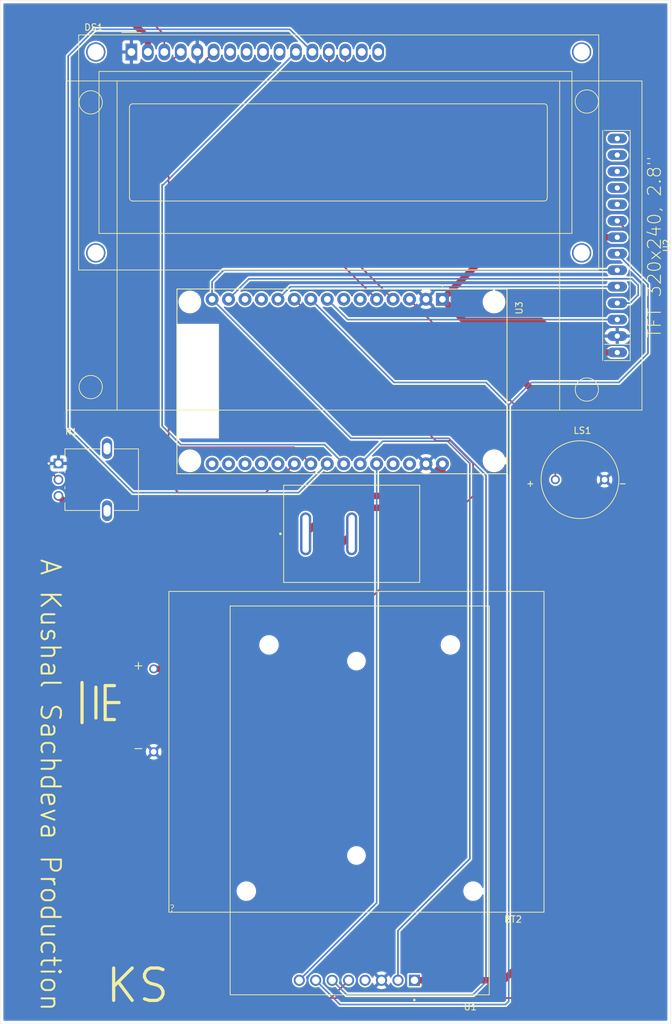
<source format=kicad_pcb>
(kicad_pcb (version 20241229) (generator "pcbnew") (generator_version "9.0")
  (layers (0 "F.Cu" signal) (2 "B.Cu" signal) (13 "F.Paste" user) (15 "B.Paste" user) (5 "F.SilkS" user "F.Silkscreen") (7 "B.SilkS" user "B.Silkscreen") (1 "F.Mask" user) (3 "B.Mask" user) (25 "Edge.Cuts" user))
  (net 0 "")
  (net 1 "Net-(BT2-Pad+)")
  (net 2 "GND")
  (net 3 "Net-(DS1-D4)")
  (net 5 "Net-(DS1-RS)")
  (net 6 "Net-(DS1-VIN)")
  (net 7 "Net-(DS1-D5)")
  (net 12 "Net-(DS1-D7)")
  (net 13 "Net-(DS1-E)")
  (net 14 "Net-(DS1-VO)")
  (net 16 "Net-(DS1-D6)")
  (net 17 "Net-(U3-D15)")
  (net 18 "Net-(U1-SCK)")
  (net 19 "Net-(U1-RST)")
  (net 20 "Net-(U1-SS{slash}SDA{slash}RX)")
  (net 21 "Net-(U1-MOSI)")
  (net 22 "Net-(U1-MISO{slash}SCL{slash}TX)")
  (net 23 "Net-(U1-VCC)")
  (net 25 "Net-(U2-RST)")
  (net 31 "Net-(U2-DC)")
  (net 32 "Net-(U2-CS)")
  (footprint "RF1-1A-DC-2-R-1:SW_RF1-1A-DC-2-R-1" (layer "F.Cu") (at 124.56 103.139437)
    (property "Reference" "S1" (hide yes))
    (property "Value" "RF1-1A-DC-2-R-1")
    (fp_line (start -10.5 -7.5) (end 10.5 -7.5) (stroke (width 0.127)) (layer "F.SilkS"))
    (fp_line (start -10.5 7.5) (end -10.5 -7.5) (stroke (width 0.127)) (layer "F.SilkS"))
    (fp_line (start 10.5 -7.5) (end 10.5 7.5) (stroke (width 0.127)) (layer "F.SilkS"))
    (fp_line (start 10.5 7.5) (end -10.5 7.5) (stroke (width 0.127)) (layer "F.SilkS"))
    (fp_circle (center -11 0) (end -10.9 0) (stroke (width 0.2)) (fill no) (layer "F.SilkS"))
    (pad "1" thru_hole oval (at -7.1 0) (size 1.72 6.62) (drill oval 0.98 5.88) (layers "*.Cu" "*.Mask") (net 6 "Net-(DS1-VIN)"))
    (pad "2" thru_hole oval (at 0 0) (size 1.72 6.62) (drill oval 0.98 5.88) (layers "*.Cu" "*.Mask") (net 1 "Net-(BT2-Pad+)"))
  )
  (footprint "ESP32-DEVKIT-V1:MODULE_ESP32_DEVKIT_V1" (layer "F.Cu") (at 123.06 79.639437 -90)
    (property "Reference" "U3" (at -11.355 -27.36 90) (layer "F.SilkS"))
    (property "Value" "~")
    (fp_line (start -14.28 25.475) (end -8.91 25.475) (stroke (width 0.127)) (layer "F.SilkS"))
    (fp_line (start -14.28 25.475) (end -14.28 -25.475) (stroke (width 0.127)) (layer "F.SilkS"))
    (fp_line (start -14.28 25.475) (end -14.28 -25.475) (stroke (width 0.127)) (layer "F.SilkS"))
    (fp_line (start -8.91 25.475) (end 8.78 25.475) (stroke (width 0.127)) (layer "F.SilkS"))
    (fp_line (start 8.78 25.475) (end 14.23 25.475) (stroke (width 0.127)) (layer "F.SilkS"))
    (fp_line (start 14.23 25.475) (end -14.28 25.475) (stroke (width 0.127)) (layer "F.SilkS"))
    (fp_line (start -14.28 -25.475) (end -3.211 -25.475) (stroke (width 0.127)) (layer "F.SilkS"))
    (fp_line (start -14.28 -25.475) (end 14.23 -25.475) (stroke (width 0.127)) (layer "F.SilkS"))
    (fp_line (start -3.211 -25.475) (end 3.5 -25.475) (stroke (width 0.127)) (layer "F.SilkS"))
    (fp_line (start 3.5 -25.475) (end 14.23 -25.475) (stroke (width 0.127)) (layer "F.SilkS"))
    (fp_line (start 14.23 -25.475) (end 14.23 25.475) (stroke (width 0.127)) (layer "F.SilkS"))
    (fp_line (start 14.23 -25.475) (end 14.23 25.475) (stroke (width 0.127)) (layer "F.SilkS"))
    (fp_circle (center -14.85 -15.515) (end -14.75 -15.515) (stroke (width 0.2)) (fill no) (layer "F.SilkS"))
    (pad "" np_thru_hole circle (at -12.28 -23.475 270) (size 3 3) (drill 3) (layers "*.Cu" "*.Mask"))
    (pad "" np_thru_hole circle (at -12.28 23.475 270) (size 3 3) (drill 3) (layers "*.Cu" "*.Mask"))
    (pad "" np_thru_hole circle (at 12.23 -23.475 270) (size 3 3) (drill 3) (layers "*.Cu" "*.Mask"))
    (pad "" np_thru_hole circle (at 12.23 23.475 270) (size 3 3) (drill 3) (layers "*.Cu" "*.Mask"))
    (pad "1" thru_hole rect (at -12.7 -15.515 270) (size 2 2) (drill 1.02) (layers "*.Cu" "*.Mask") (net 23 "Net-(U1-VCC)"))
    (pad "2" thru_hole circle (at -12.7 -12.975 270) (size 2 2) (drill 1.02) (layers "*.Cu" "*.Mask") (net 2 "GND"))
    (pad "3" thru_hole circle (at -12.7 -10.435 270) (size 2 2) (drill 1.02) (layers "*.Cu" "*.Mask") (net 17 "Net-(U3-D15)"))
    (pad "4" thru_hole circle (at -12.7 -7.895 270) (size 2 2) (drill 1.02) (layers "*.Cu" "*.Mask") (net 12 "Net-(DS1-D7)"))
    (pad "5" thru_hole circle (at -12.7 -5.355 270) (size 2 2) (drill 1.02) (layers "*.Cu" "*.Mask") (net 16 "Net-(DS1-D6)"))
    (pad "6" thru_hole circle (at -12.7 -2.815 270) (size 2 2) (drill 1.02) (layers "*.Cu" "*.Mask"))
    (pad "7" thru_hole circle (at -12.7 -0.275 270) (size 2 2) (drill 1.02) (layers "*.Cu" "*.Mask"))
    (pad "8" thru_hole circle (at -12.7 2.265 270) (size 2 2) (drill 1.02) (layers "*.Cu" "*.Mask") (net 32 "Net-(U2-CS)"))
    (pad "9" thru_hole circle (at -12.7 4.805 270) (size 2 2) (drill 1.02) (layers "*.Cu" "*.Mask") (net 18 "Net-(U1-SCK)"))
    (pad "10" thru_hole circle (at -12.7 7.345 270) (size 2 2) (drill 1.02) (layers "*.Cu" "*.Mask") (net 22 "Net-(U1-MISO{slash}SCL{slash}TX)"))
    (pad "11" thru_hole circle (at -12.7 9.885 270) (size 2 2) (drill 1.02) (layers "*.Cu" "*.Mask") (net 31 "Net-(U2-DC)"))
    (pad "12" thru_hole circle (at -12.7 12.425 270) (size 2 2) (drill 1.02) (layers "*.Cu" "*.Mask"))
    (pad "13" thru_hole circle (at -12.7 14.965 270) (size 2 2) (drill 1.02) (layers "*.Cu" "*.Mask"))
    (pad "14" thru_hole circle (at -12.7 17.505 270) (size 2 2) (drill 1.02) (layers "*.Cu" "*.Mask") (net 25 "Net-(U2-RST)"))
    (pad "15" thru_hole circle (at -12.7 20.045 270) (size 2 2) (drill 1.02) (layers "*.Cu" "*.Mask") (net 21 "Net-(U1-MOSI)"))
    (pad "16" thru_hole circle (at 12.7 20.045 270) (size 2 2) (drill 1.02) (layers "*.Cu" "*.Mask"))
    (pad "17" thru_hole circle (at 12.7 17.505 270) (size 2 2) (drill 1.02) (layers "*.Cu" "*.Mask"))
    (pad "18" thru_hole circle (at 12.7 14.965 270) (size 2 2) (drill 1.02) (layers "*.Cu" "*.Mask"))
    (pad "19" thru_hole circle (at 12.7 12.425 270) (size 2 2) (drill 1.02) (layers "*.Cu" "*.Mask"))
    (pad "20" thru_hole circle (at 12.7 9.885 270) (size 2 2) (drill 1.02) (layers "*.Cu" "*.Mask"))
    (pad "21" thru_hole circle (at 12.7 7.345 270) (size 2 2) (drill 1.02) (layers "*.Cu" "*.Mask") (net 5 "Net-(DS1-RS)"))
    (pad "22" thru_hole circle (at 12.7 4.805 270) (size 2 2) (drill 1.02) (layers "*.Cu" "*.Mask") (net 13 "Net-(DS1-E)"))
    (pad "23" thru_hole circle (at 12.7 2.265 270) (size 2 2) (drill 1.02) (layers "*.Cu" "*.Mask") (net 7 "Net-(DS1-D5)"))
    (pad "24" thru_hole circle (at 12.7 -0.275 270) (size 2 2) (drill 1.02) (layers "*.Cu" "*.Mask") (net 3 "Net-(DS1-D4)"))
    (pad "25" thru_hole circle (at 12.7 -2.815 270) (size 2 2) (drill 1.02) (layers "*.Cu" "*.Mask") (net 19 "Net-(U1-RST)"))
    (pad "26" thru_hole circle (at 12.7 -5.355 270) (size 2 2) (drill 1.02) (layers "*.Cu" "*.Mask") (net 20 "Net-(U1-SS{slash}SDA{slash}RX)"))
    (pad "27" thru_hole circle (at 12.7 -7.895 270) (size 2 2) (drill 1.02) (layers "*.Cu" "*.Mask"))
    (pad "28" thru_hole circle (at 12.7 -10.435 270) (size 2 2) (drill 1.02) (layers "*.Cu" "*.Mask"))
    (pad "29" thru_hole circle (at 12.7 -12.975 270) (size 2 2) (drill 1.02) (layers "*.Cu" "*.Mask") (net 2 "GND"))
    (pad "30" thru_hole circle (at 12.7 -15.515 270) (size 2 2) (drill 1.02) (layers "*.Cu" "*.Mask") (net 6 "Net-(DS1-VIN)"))
    (zone (net 0) (net_name "") (layer "B.Cu") (connect_pads (clearance 0)) (min_thickness 0.01)
      (keepout (tracks not_allowed) (vias not_allowed) (pads not_allowed) (copperpour not_allowed) (footprints allowed))
      (fill (thermal_gap 0.508) (thermal_bridge_width 0.508))
      (polygon (pts (xy 104.075 70.729437) (xy 104.075 88.419437) (xy 97.585 88.419437) (xy 97.585 70.729437)))
    )
  )
  (footprint "z_Devices:TFT-320x240" (layer "F.Cu") (at 165.56 58.649437 90)
    (property "Reference" "U2" (at 0 7.62 90) (layer "F.SilkS"))
    (property "Value" "TFT_320x240")
    (fp_line (start 25.4 -85.09) (end -25.4 -85.09) (stroke (width 0.12)) (layer "F.SilkS"))
    (fp_line (start -25.4 -85.09) (end -25.4 3.81) (stroke (width 0.12)) (layer "F.SilkS"))
    (fp_line (start -25.4 -77.216) (end 25.4 -77.216) (stroke (width 0.12)) (layer "F.SilkS"))
    (fp_line (start -25.4 -8.89) (end 25.4 -8.89) (stroke (width 0.12)) (layer "F.SilkS"))
    (fp_line (start -17.76 -2.254) (end 17.76 -2.254) (stroke (width 0.12)) (layer "F.SilkS"))
    (fp_line (start 17.76 -2) (end 17.76 2) (stroke (width 0.12)) (layer "F.SilkS"))
    (fp_line (start -15.24 -2) (end -15.24 2) (stroke (width 0.12)) (layer "F.SilkS"))
    (fp_line (start 17.76 2) (end -17.76 2) (stroke (width 0.12)) (layer "F.SilkS"))
    (fp_line (start -17.76 2) (end -17.76 -2) (stroke (width 0.12)) (layer "F.SilkS"))
    (fp_line (start 25.4 3.81) (end 25.4 -85.09) (stroke (width 0.12)) (layer "F.SilkS"))
    (fp_line (start -25.4 3.81) (end 25.4 3.81) (stroke (width 0.12)) (layer "F.SilkS"))
    (fp_circle (center 22.098 -81.28) (end 20.828 -80.01) (stroke (width 0.12)) (fill no) (layer "F.SilkS"))
    (fp_circle (center -21.844 -81.28) (end -23.114 -82.55) (stroke (width 0.12)) (fill no) (layer "F.SilkS"))
    (fp_circle (center 22.225 -4.699) (end 20.955 -3.429) (stroke (width 0.12)) (fill no) (layer "F.SilkS"))
    (fp_circle (center -22.225 -4.699) (end -23.495 -3.429) (stroke (width 0.12)) (fill no) (layer "F.SilkS"))
    (fp_text user "TFT 320x240, 2.8\"" (at -0.254 5.74 90) (layer "F.SilkS") (effects (font (size 2 2))))
    (pad "1" thru_hole oval (at -16.51 0 90) (size 1.5 3) (drill 0.8) (layers "*.Cu" "*.Mask") (net 23 "Net-(U1-VCC)"))
    (pad "2" thru_hole oval (at -13.97 0 90) (size 1.5 3) (drill 0.8) (layers "*.Cu" "*.Mask") (net 2 "GND"))
    (pad "3" thru_hole oval (at -11.43 0 90) (size 1.5 3) (drill 0.8) (layers "*.Cu" "*.Mask") (net 32 "Net-(U2-CS)"))
    (pad "4" thru_hole oval (at -8.89 0 90) (size 1.5 3) (drill 0.8) (layers "*.Cu" "*.Mask") (net 25 "Net-(U2-RST)"))
    (pad "5" thru_hole oval (at -6.35 0 90) (size 1.5 3) (drill 0.8) (layers "*.Cu" "*.Mask") (net 31 "Net-(U2-DC)"))
    (pad "6" thru_hole oval (at -3.81 0 90) (size 1.5 3) (drill 0.8) (layers "*.Cu" "*.Mask") (net 21 "Net-(U1-MOSI)"))
    (pad "7" thru_hole oval (at -1.27 0 90) (size 1.5 3) (drill 0.8) (layers "*.Cu" "*.Mask") (net 18 "Net-(U1-SCK)"))
    (pad "8" thru_hole oval (at 1.27 0 90) (size 1.5 3) (drill 0.8) (layers "*.Cu" "*.Mask") (net 23 "Net-(U1-VCC)"))
    (pad "9" thru_hole oval (at 3.81 0 90) (size 1.5 3) (drill 0.8) (layers "*.Cu" "*.Mask") (net 22 "Net-(U1-MISO{slash}SCL{slash}TX)"))
    (pad "10" thru_hole oval (at 6.35 0 90) (size 1.5 3) (drill 0.8) (layers "*.Cu" "*.Mask"))
    (pad "11" thru_hole oval (at 8.89 0 90) (size 1.5 3) (drill 0.8) (layers "*.Cu" "*.Mask"))
    (pad "12" thru_hole oval (at 11.43 0 90) (size 1.5 3) (drill 0.8) (layers "*.Cu" "*.Mask"))
    (pad "13" thru_hole oval (at 13.97 0 90) (size 1.5 3) (drill 0.8) (layers "*.Cu" "*.Mask"))
    (pad "14" thru_hole oval (at 16.51 0 90) (size 1.5 3) (drill 0.8) (layers "*.Cu" "*.Mask"))
  )
  (footprint "Display:WC1602A" (layer "F.Cu") (at 90.56 28.781937)
    (property "Reference" "DS1" (at -5.82 -3.81 0) (layer "F.SilkS"))
    (property "Value" "WC1602A")
    (fp_line (start -8.14 -2.64) (end -8.14 33.64) (stroke (width 0.12)) (layer "F.SilkS"))
    (fp_line (start -8.14 33.64) (end 72.14 33.64) (stroke (width 0.12)) (layer "F.SilkS"))
    (fp_line (start -8.13 -2.64) (end -7.34 -2.64) (stroke (width 0.12)) (layer "F.SilkS"))
    (fp_line (start -5 3) (end 68 3) (stroke (width 0.12)) (layer "F.SilkS"))
    (fp_line (start -5 28) (end -5 3) (stroke (width 0.12)) (layer "F.SilkS"))
    (fp_line (start -1.5 -3) (end 1.5 -3) (stroke (width 0.12)) (layer "F.SilkS"))
    (fp_line (start -0.29972 22.49932) (end -0.29972 8.5) (stroke (width 0.12)) (layer "F.SilkS"))
    (fp_line (start 0.2 8) (end 63.7 8) (stroke (width 0.12)) (layer "F.SilkS"))
    (fp_line (start 63.70066 23) (end 0.2 23) (stroke (width 0.12)) (layer "F.SilkS"))
    (fp_line (start 64.2 8.5) (end 64.2 22.5) (stroke (width 0.12)) (layer "F.SilkS"))
    (fp_line (start 68 3) (end 68 28) (stroke (width 0.12)) (layer "F.SilkS"))
    (fp_line (start 68 28) (end -5 28) (stroke (width 0.12)) (layer "F.SilkS"))
    (fp_line (start 72.14 -2.64) (end -7.34 -2.64) (stroke (width 0.12)) (layer "F.SilkS"))
    (fp_line (start 72.14 33.64) (end 72.14 -2.64) (stroke (width 0.12)) (layer "F.SilkS"))
    (fp_arc (start -0.29972 8.49884) (mid -0.153162 8.145018) (end 0.20066 7.99846) (stroke (width 0.12)) (layer "F.SilkS"))
    (fp_arc (start 0.20066 22.9997) (mid -0.153162 22.853142) (end -0.29972 22.49932) (stroke (width 0.12)) (layer "F.SilkS"))
    (fp_arc (start 63.7 8) (mid 64.053553 8.146447) (end 64.2 8.5) (stroke (width 0.12)) (layer "F.SilkS"))
    (fp_arc (start 64.20104 22.49932) (mid 64.054482 22.853142) (end 63.70066 22.9997) (stroke (width 0.12)) (layer "F.SilkS"))
    (pad "" thru_hole circle (at -5.4991 0) (size 3 3) (drill 2.5) (layers "*.Cu" "*.Mask"))
    (pad "" thru_hole circle (at -5.4991 31.0007) (size 3 3) (drill 2.5) (layers "*.Cu" "*.Mask"))
    (pad "" thru_hole circle (at 69.49948 31.0007) (size 3 3) (drill 2.5) (layers "*.Cu" "*.Mask"))
    (pad "" thru_hole circle (at 69.5 0) (size 3 3) (drill 2.5) (layers "*.Cu" "*.Mask"))
    (pad "1" thru_hole rect (at 0 0) (size 1.8 2.6) (drill 1.2) (layers "*.Cu" "*.Mask") (net 2 "GND"))
    (pad "2" thru_hole oval (at 2.54 0) (size 1.8 2.6) (drill 1.2) (layers "*.Cu" "*.Mask") (net 6 "Net-(DS1-VIN)"))
    (pad "3" thru_hole oval (at 5.08 0) (size 1.8 2.6) (drill 1.2) (layers "*.Cu" "*.Mask") (net 14 "Net-(DS1-VO)"))
    (pad "4" thru_hole oval (at 7.62 0) (size 1.8 2.6) (drill 1.2) (layers "*.Cu" "*.Mask") (net 5 "Net-(DS1-RS)"))
    (pad "5" thru_hole oval (at 10.16 0) (size 1.8 2.6) (drill 1.2) (layers "*.Cu" "*.Mask") (net 2 "GND"))
    (pad "6" thru_hole oval (at 12.7 0) (size 1.8 2.6) (drill 1.2) (layers "*.Cu" "*.Mask") (net 13 "Net-(DS1-E)"))
    (pad "7" thru_hole oval (at 15.24 0) (size 1.8 2.6) (drill 1.2) (layers "*.Cu" "*.Mask"))
    (pad "8" thru_hole oval (at 17.78 0) (size 1.8 2.6) (drill 1.2) (layers "*.Cu" "*.Mask"))
    (pad "9" thru_hole oval (at 20.32 0) (size 1.8 2.6) (drill 1.2) (layers "*.Cu" "*.Mask"))
    (pad "10" thru_hole oval (at 22.86 0) (size 1.8 2.6) (drill 1.2) (layers "*.Cu" "*.Mask"))
    (pad "11" thru_hole oval (at 25.4 0) (size 1.8 2.6) (drill 1.2) (layers "*.Cu" "*.Mask") (net 3 "Net-(DS1-D4)"))
    (pad "12" thru_hole oval (at 27.94 0) (size 1.8 2.6) (drill 1.2) (layers "*.Cu" "*.Mask") (net 7 "Net-(DS1-D5)"))
    (pad "13" thru_hole oval (at 30.48 0) (size 1.8 2.6) (drill 1.2) (layers "*.Cu" "*.Mask") (net 16 "Net-(DS1-D6)"))
    (pad "14" thru_hole oval (at 33.02 0) (size 1.8 2.6) (drill 1.2) (layers "*.Cu" "*.Mask") (net 12 "Net-(DS1-D7)"))
    (pad "15" thru_hole oval (at 35.56 0) (size 1.8 2.6) (drill 1.2) (layers "*.Cu" "*.Mask"))
    (pad "16" thru_hole oval (at 38.1 0) (size 1.8 2.6) (drill 1.2) (layers "*.Cu" "*.Mask"))
  )
  (footprint "CEG006900:MODULE_CEG006900" (layer "F.Cu") (at 125.8 144.281937 180)
    (property "Reference" "U1" (at -17.075 -31.885 0) (layer "F.SilkS"))
    (property "Value" "~")
    (fp_line (start 20 30) (end -20 30) (stroke (width 0.127)) (layer "F.SilkS"))
    (fp_line (start 20 -30) (end 20 30) (stroke (width 0.127)) (layer "F.SilkS"))
    (fp_line (start -20 30) (end -20 -30) (stroke (width 0.127)) (layer "F.SilkS"))
    (fp_line (start -20 -30) (end 20 -30) (stroke (width 0.127)) (layer "F.SilkS"))
    (fp_circle (center -8.431 -30.808) (end -8.331 -30.808) (stroke (width 0.2)) (fill no) (layer "F.SilkS"))
    (pad "" np_thru_hole circle (at -17.5 -14 180) (size 2.5 2.5) (drill 2.5) (layers "*.Cu" "*.Mask"))
    (pad "" np_thru_hole circle (at -14 24 180) (size 2.5 2.5) (drill 2.5) (layers "*.Cu" "*.Mask"))
    (pad "" np_thru_hole circle (at 14 24 180) (size 2.5 2.5) (drill 2.5) (layers "*.Cu" "*.Mask"))
    (pad "" np_thru_hole circle (at 17.5 -14 180) (size 2.5 2.5) (drill 2.5) (layers "*.Cu" "*.Mask"))
    (pad "1" thru_hole rect (at -8.45 -27.76 180) (size 1.725 1.725) (drill 1.15) (layers "*.Cu" "*.Mask") (net 23 "Net-(U1-VCC)"))
    (pad "2" thru_hole circle (at -5.91 -27.76 180) (size 1.725 1.725) (drill 1.15) (layers "*.Cu" "*.Mask") (net 19 "Net-(U1-RST)"))
    (pad "3" thru_hole circle (at -3.37 -27.76 180) (size 1.725 1.725) (drill 1.15) (layers "*.Cu" "*.Mask") (net 2 "GND"))
    (pad "4" thru_hole circle (at -0.83 -27.76 180) (size 1.725 1.725) (drill 1.15) (layers "*.Cu" "*.Mask"))
    (pad "5" thru_hole circle (at 1.71 -27.76 180) (size 1.725 1.725) (drill 1.15) (layers "*.Cu" "*.Mask") (net 22 "Net-(U1-MISO{slash}SCL{slash}TX)"))
    (pad "6" thru_hole circle (at 4.25 -27.76 180) (size 1.725 1.725) (drill 1.15) (layers "*.Cu" "*.Mask") (net 21 "Net-(U1-MOSI)"))
    (pad "7" thru_hole circle (at 6.79 -27.76 180) (size 1.725 1.725) (drill 1.15) (layers "*.Cu" "*.Mask") (net 18 "Net-(U1-SCK)"))
    (pad "8" thru_hole circle (at 9.33 -27.76 180) (size 1.725 1.725) (drill 1.15) (layers "*.Cu" "*.Mask") (net 20 "Net-(U1-SS{slash}SDA{slash}RX)"))
  )
  (footprint "BC3AAL:BAT_BC3AAL" (layer "F.Cu") (at 125.3 136.781937 180)
    (property "Reference" "BT2" (at -24.18 -25.85 0) (layer "F.SilkS"))
    (property "Value" "BC3AAL")
    (fp_line (start 28.95 24.75) (end 28.95 -24.75) (stroke (width 0.127)) (layer "F.SilkS"))
    (fp_line (start 28.95 -24.75) (end -28.95 -24.75) (stroke (width 0.127)) (layer "F.SilkS"))
    (fp_line (start -28.95 24.75) (end 28.95 24.75) (stroke (width 0.127)) (layer "F.SilkS"))
    (fp_line (start -28.95 -24.75) (end -28.95 24.75) (stroke (width 0.127)) (layer "F.SilkS"))
    (fp_text user "-" (at 33.66 0.6 0) (layer "F.SilkS") (effects (font (size 1.4 1.4))))
    (fp_text user "+" (at 33.66 13.37 0) (layer "F.SilkS") (effects (font (size 1.4 1.4))))
    (pad "" np_thru_hole circle (at 0 -16 180) (size 2.37 2.37) (drill 2.37) (layers "*.Cu" "*.Mask"))
    (pad "" np_thru_hole circle (at 0 14 180) (size 2.37 2.37) (drill 2.37) (layers "*.Cu" "*.Mask"))
    (pad "+" thru_hole circle (at 31.3 12.8 180) (size 1.398 1.398) (drill 0.89) (layers "*.Cu" "*.Mask") (net 1 "Net-(BT2-Pad+)"))
    (pad "-" thru_hole circle (at 31.3 0 180) (size 1.398 1.398) (drill 0.89) (layers "*.Cu" "*.Mask") (net 2 "GND"))
  )
  (footprint "CMI-1275C-050:CUI_CMI-1275C-050" (layer "F.Cu") (at 159.8 94.781937)
    (property "Reference" "LS1" (at 0.37713 -7.57797 0) (layer "F.SilkS") (effects (font (size 1.005701 1.005701))))
    (property "Value" "CMI-1275C-050")
    (fp_circle (center 0 0) (end 6 0) (stroke (width 0.127)) (fill no) (layer "F.SilkS"))
    (fp_text user "+" (at -7.65628 0.571216 0) (layer "F.SilkS") (effects (font (size 1.002134 1.002134))))
    (fp_text user "-" (at 6.59266 0.570836 0) (layer "F.SilkS") (effects (font (size 1.001465 1.001465))))
    (pad "N" thru_hole circle (at 3.8 0) (size 1.408 1.408) (drill 0.9) (layers "*.Cu" "*.Mask") (net 2 "GND"))
    (pad "P" thru_hole circle (at -3.8 0) (size 1.408 1.408) (drill 0.9) (layers "*.Cu" "*.Mask") (net 17 "Net-(U3-D15)"))
  )
  (footprint "RD901F-40-15R1-B100K-00DL1:POT_RD901F-40-15R1-B100K-00DL1" (layer "F.Cu") (at 86.8 94.781937)
    (property "Reference" "R1" (at -5.525 -7.4 0) (layer "F.SilkS") (effects (font (size 0.944882 0.944882))))
    (property "Value" "RD901F-40-15R1-B100K-00DL1")
    (fp_line (start -6.5 -4.75) (end -1.12 -4.75) (stroke (width 0.127)) (layer "F.SilkS"))
    (fp_line (start -6.5 -3.574) (end -6.5 -4.75) (stroke (width 0.127)) (layer "F.SilkS"))
    (fp_line (start -6.5 -1.074) (end -6.5 -1.426) (stroke (width 0.127)) (layer "F.SilkS"))
    (fp_line (start -6.5 1.426) (end -6.5 1.074) (stroke (width 0.127)) (layer "F.SilkS"))
    (fp_line (start -6.5 3.574) (end -6.5 4.75) (stroke (width 0.127)) (layer "F.SilkS"))
    (fp_line (start -1.12 4.75) (end -6.5 4.75) (stroke (width 0.127)) (layer "F.SilkS"))
    (fp_line (start 1.12 -4.75) (end 4.85 -4.75) (stroke (width 0.127)) (layer "F.SilkS"))
    (fp_line (start 4.85 -4.75) (end 4.85 4.75) (stroke (width 0.127)) (layer "F.SilkS"))
    (fp_line (start 4.85 4.75) (end 1.12 4.75) (stroke (width 0.127)) (layer "F.SilkS"))
    (fp_circle (center -9 -2.5) (end -8.9 -2.5) (stroke (width 0.2)) (fill no) (layer "F.SilkS"))
    (pad "1" thru_hole rect (at -7.5 -2.5) (size 1.508 1.508) (drill 1) (layers "*.Cu" "*.Mask") (net 2 "GND"))
    (pad "2" thru_hole circle (at -7.5 0) (size 1.508 1.508) (drill 1) (layers "*.Cu" "*.Mask") (net 14 "Net-(DS1-VO)"))
    (pad "3" thru_hole circle (at -7.5 2.5) (size 1.508 1.508) (drill 1) (layers "*.Cu" "*.Mask") (net 6 "Net-(DS1-VIN)"))
    (pad "SH1" thru_hole oval (at 0 -4.8) (size 1.6 3.2) (drill oval 1.1 1.8) (layers "*.Cu" "*.Mask"))
    (pad "SH2" thru_hole oval (at 0 4.8) (size 1.6 3.2) (drill oval 1.1 1.8) (layers "*.Cu" "*.Mask"))
  )
  (gr_rect (start 70.3 20.781937) (end 173.8 178.781937) (stroke (width 0.05)) (fill no) (layer "Edge.Cuts"))
  (gr_text "👑" (at 96.35 161.531937 0) (layer "F.SilkS") (effects (font (size 1 1) (thickness 0.1)) (justify left bottom)))
  (gr_text "KS" (at 86.3 175.781937 0) (layer "F.SilkS") (effects (font (size 5 5) (thickness 0.5)) (justify left bottom)))
  (gr_text "亗" (at 82.3 125.281937 270) (layer "F.SilkS") (effects (font (size 5 5) (thickness 0.5)) (justify left bottom)))
  (gr_text "A Kushal Sachdeva Production" (at 76.3 106.781937 270) (layer "F.SilkS") (effects (font (size 3 3) (thickness 0.3)) (justify left bottom)))
  (segment (start 94 123.981937) (end 103.7175 123.981937) (width 1) (layer "F.Cu") (net 1))
  (segment (start 103.7175 123.981937) (end 124.56 103.139437) (width 1) (layer "F.Cu") (net 1))
  (segment (start 163.6 94.781937) (end 163.8 94.781937) (width 1) (layer "B.Cu") (net 2))
  (segment (start 95.3 86.485503) (end 98.198217 89.38372) (width 0.25) (layer "B.Cu") (net 3))
  (segment (start 98.198217 89.38372) (end 120.379283 89.38372) (width 0.25) (layer "B.Cu") (net 3))
  (segment (start 95.46 49.281937) (end 95.3 49.281937) (width 0.25) (layer "B.Cu") (net 3))
  (segment (start 95.3 49.281937) (end 95.3 86.485503) (width 0.25) (layer "B.Cu") (net 3))
  (segment (start 120.379283 89.38372) (end 123.335 92.339437) (width 0.25) (layer "B.Cu") (net 3))
  (segment (start 115.96 28.781937) (end 95.46 49.281937) (width 0.25) (layer "B.Cu") (net 3))
  (segment (start 94.8 93.781937) (end 97.8 96.781937) (width 0.25) (layer "F.Cu") (net 5))
  (segment (start 98.18 28.781937) (end 94.8 32.161937) (width 0.25) (layer "F.Cu") (net 5))
  (segment (start 111.2725 96.781937) (end 115.715 92.339437) (width 0.25) (layer "F.Cu") (net 5))
  (segment (start 97.8 96.781937) (end 111.2725 96.781937) (width 0.25) (layer "F.Cu") (net 5))
  (segment (start 94.8 32.161937) (end 94.8 93.781937) (width 0.25) (layer "F.Cu") (net 5))
  (segment (start 84.3 102.281937) (end 79.3 97.281937) (width 1) (layer "F.Cu") (net 6))
  (segment (start 117.46 103.139437) (end 121.471 99.128437) (width 1) (layer "F.Cu") (net 6))
  (segment (start 90.8 24.281937) (end 93.1 26.581937) (width 1) (layer "F.Cu") (net 6))
  (segment (start 138.575 92.506937) (end 133.8 97.281937) (width 1) (layer "F.Cu") (net 6))
  (segment (start 84.8 102.281937) (end 84.3 102.281937) (width 0.25) (layer "F.Cu") (net 6))
  (segment (start 81.8 24.281937) (end 90.8 24.281937) (width 1) (layer "F.Cu") (net 6))
  (segment (start 84.8 93.281937) (end 84.8 102.281937) (width 1) (layer "F.Cu") (net 6))
  (segment (start 121.471 99.128437) (end 136.7285 99.128437) (width 1) (layer "F.Cu") (net 6))
  (segment (start 78.8 87.281937) (end 84.8 93.281937) (width 1) (layer "F.Cu") (net 6))
  (segment (start 78.8 87.281937) (end 78.8 27.281937) (width 1) (layer "F.Cu") (net 6))
  (segment (start 133.8 97.281937) (end 117.8 97.281937) (width 1) (layer "F.Cu") (net 6))
  (segment (start 138.575 97.281937) (end 138.575 92.339437) (width 1) (layer "F.Cu") (net 6))
  (segment (start 112.8 102.281937) (end 84.8 102.281937) (width 1) (layer "F.Cu") (net 6))
  (segment (start 117.8 97.281937) (end 112.8 102.281937) (width 1) (layer "F.Cu") (net 6))
  (segment (start 78.8 27.281937) (end 81.8 24.281937) (width 1) (layer "F.Cu") (net 6))
  (segment (start 138.575 92.339437) (end 138.575 92.506937) (width 0.25) (layer "F.Cu") (net 6))
  (segment (start 93.1 26.581937) (end 93.1 28.781937) (width 1) (layer "F.Cu") (net 6))
  (segment (start 136.7285 99.128437) (end 138.575 97.281937) (width 1) (layer "F.Cu") (net 6))
  (segment (start 120.795 92.339437) (end 120.795 93.286937) (width 0.25) (layer "F.Cu") (net 7))
  (segment (start 115 25.281937) (end 84.8 25.281937) (width 0.25) (layer "B.Cu") (net 7))
  (segment (start 80.8 86.781937) (end 90.8 96.781937) (width 0.25) (layer "B.Cu") (net 7))
  (segment (start 90.8 96.781937) (end 116.3525 96.781937) (width 0.25) (layer "B.Cu") (net 7))
  (segment (start 84.8 25.281937) (end 84.8 25.407937) (width 0.25) (layer "B.Cu") (net 7))
  (segment (start 80.8 29.407937) (end 80.8 86.781937) (width 0.25) (layer "B.Cu") (net 7))
  (segment (start 118.5 28.781937) (end 115 25.281937) (width 0.25) (layer "B.Cu") (net 7))
  (segment (start 84.8 25.407937) (end 80.8 29.407937) (width 0.25) (layer "B.Cu") (net 7))
  (segment (start 116.3525 96.781937) (end 120.795 92.339437) (width 0.25) (layer "B.Cu") (net 7))
  (segment (start 123.58 28.781937) (end 123.58 59.564437) (width 0.25) (layer "F.Cu") (net 12))
  (segment (start 123.58 59.564437) (end 130.955 66.939437) (width 0.25) (layer "F.Cu") (net 12))
  (segment (start 97.3 89.781937) (end 96.3 88.781937) (width 0.25) (layer "F.Cu") (net 13))
  (segment (start 115.6975 89.781937) (end 97.3 89.781937) (width 0.25) (layer "F.Cu") (net 13))
  (segment (start 118.255 92.339437) (end 115.6975 89.781937) (width 0.25) (layer "F.Cu") (net 13))
  (segment (start 96.3 88.781937) (end 96.3 35.741937) (width 0.25) (layer "F.Cu") (net 13))
  (segment (start 96.3 35.741937) (end 103.26 28.781937) (width 0.25) (layer "F.Cu") (net 13))
  (segment (start 79.8 22.281937) (end 91.8 22.281937) (width 0.25) (layer "F.Cu") (net 14))
  (segment (start 95.64 26.441937) (end 95.64 28.781937) (width 0.25) (layer "F.Cu") (net 14))
  (segment (start 75.8 26.281937) (end 79.8 22.281937) (width 0.25) (layer "F.Cu") (net 14))
  (segment (start 91.8 22.281937) (end 95.8 26.281937) (width 0.25) (layer "F.Cu") (net 14))
  (segment (start 75.8 91.281937) (end 75.8 26.281937) (width 0.25) (layer "F.Cu") (net 14))
  (segment (start 79.3 94.781937) (end 75.8 91.281937) (width 0.25) (layer "F.Cu") (net 14))
  (segment (start 95.8 26.281937) (end 95.64 26.441937) (width 0.25) (layer "F.Cu") (net 14))
  (segment (start 121.04 28.781937) (end 121.04 59.564437) (width 0.25) (layer "F.Cu") (net 16))
  (segment (start 121.04 59.564437) (end 128.415 66.939437) (width 0.25) (layer "F.Cu") (net 16))
  (segment (start 156 89.5) (end 156 94.781937) (width 0.25) (layer "F.Cu") (net 17))
  (segment (start 133.433635 66.933635) (end 156 89.5) (width 0.25) (layer "F.Cu") (net 17))
  (segment (start 133.489198 66.933635) (end 133.433635 66.933635) (width 0.25) (layer "F.Cu") (net 17))
  (segment (start 133.495 66.939437) (end 133.489198 66.933635) (width 0.25) (layer "F.Cu") (net 17))
  (segment (start 166.4375 59.919437) (end 165.56 59.919437) (width 0.25) (layer "F.Cu") (net 18))
  (segment (start 122.75 175.781937) (end 148.3 175.781937) (width 0.25) (layer "B.Cu") (net 18))
  (segment (start 170.3 64.659437) (end 165.56 59.919437) (width 0.25) (layer "B.Cu") (net 18))
  (segment (start 165.8 79.781937) (end 170.3 75.281937) (width 0.25) (layer "B.Cu") (net 18))
  (segment (start 148.8 175.281937) (end 148.8 83.781937) (width 0.25) (layer "B.Cu") (net 18))
  (segment (start 145.3 79.781937) (end 148.8 83.281937) (width 0.25) (layer "B.Cu") (net 18))
  (segment (start 118.255 66.939437) (end 131.0975 79.781937) (width 0.25) (layer "B.Cu") (net 18))
  (segment (start 148.8 83.781937) (end 148.8 83.281937) (width 0.25) (layer "B.Cu") (net 18))
  (segment (start 148.8 83.281937) (end 152.3 79.781937) (width 0.25) (layer "B.Cu") (net 18))
  (segment (start 148.3 175.781937) (end 148.8 175.281937) (width 0.25) (layer "B.Cu") (net 18))
  (segment (start 131.0975 79.781937) (end 145.3 79.781937) (width 0.25) (layer "B.Cu") (net 18))
  (segment (start 170.3 75.281937) (end 170.3 64.659437) (width 0.25) (layer "B.Cu") (net 18))
  (segment (start 152.3 79.781937) (end 165.8 79.781937) (width 0.25) (layer "B.Cu") (net 18))
  (segment (start 119.01 172.041937) (end 122.75 175.781937) (width 0.25) (layer "B.Cu") (net 18))
  (segment (start 131.71 171.245937) (end 131.71 172.041937) (width 0.25) (layer "F.Cu") (net 19))
  (segment (start 129.36625 88.848187) (end 125.875 92.339437) (width 0.25) (layer "B.Cu") (net 19))
  (segment (start 142.8 153.281937) (end 142.8 92.281937) (width 0.25) (layer "B.Cu") (net 19))
  (segment (start 131.71 164.371937) (end 142.8 153.281937) (width 0.25) (layer "B.Cu") (net 19))
  (segment (start 139.36625 88.848187) (end 129.36625 88.848187) (width 0.25) (layer "B.Cu") (net 19))
  (segment (start 131.71 172.041937) (end 131.71 164.371937) (width 0.25) (layer "B.Cu") (net 19))
  (segment (start 142.8 92.281937) (end 139.36625 88.848187) (width 0.25) (layer "B.Cu") (net 19))
  (segment (start 128.415 160.096937) (end 128.415 92.339437) (width 0.25) (layer "B.Cu") (net 20))
  (segment (start 116.47 172.041937) (end 128.415 160.096937) (width 0.25) (layer "B.Cu") (net 20))
  (segment (start 103.015 66.939437) (end 124.47275 88.397187) (width 0.25) (layer "B.Cu") (net 21))
  (segment (start 123.79 174.281937) (end 121.55 172.041937) (width 0.25) (layer "B.Cu") (net 21))
  (segment (start 139.55306 88.397187) (end 145.3 94.144127) (width 0.25) (layer "B.Cu") (net 21))
  (segment (start 145.3 172.281937) (end 143.3 174.281937) (width 0.25) (layer "B.Cu") (net 21))
  (segment (start 103.015 66.939437) (end 103.015 64.244437) (width 0.25) (layer "B.Cu") (net 21))
  (segment (start 143.3 174.281937) (end 123.79 174.281937) (width 0.25) (layer "B.Cu") (net 21))
  (segment (start 124.47275 88.397187) (end 139.55306 88.397187) (width 0.25) (layer "B.Cu") (net 21))
  (segment (start 165.56 62.459437) (end 104.8 62.459437) (width 0.25) (layer "B.Cu") (net 21))
  (segment (start 145.3 94.144127) (end 145.3 172.281937) (width 0.25) (layer "B.Cu") (net 21))
  (segment (start 103.015 64.244437) (end 104.8 62.459437) (width 0.25) (layer "B.Cu") (net 21))
  (segment (start 116.3 174.781937) (end 120.8 174.781937) (width 0.25) (layer "F.Cu") (net 22))
  (segment (start 124.09 172.041937) (end 121.35 174.781937) (width 0.25) (layer "F.Cu") (net 22))
  (segment (start 143.3 92.281937) (end 143.3 97.281937) (width 0.25) (layer "F.Cu") (net 22))
  (segment (start 112.3 128.281937) (end 112.3 170.781937) (width 0.25) (layer "F.Cu") (net 22))
  (segment (start 172.3 153.281937) (end 172.3 61.579437) (width 0.25) (layer "F.Cu") (net 22))
  (segment (start 139.8 88.781937) (end 143.3 92.281937) (width 0.25) (layer "F.Cu") (net 22))
  (segment (start 172.3 61.579437) (end 165.56 54.839437) (width 0.25) (layer "F.Cu") (net 22))
  (segment (start 150.8 174.781937) (end 172.3 153.281937) (width 0.25) (layer "F.Cu") (net 22))
  (segment (start 122.3 174.781937) (end 150.8 174.781937) (width 0.25) (layer "F.Cu") (net 22))
  (segment (start 121.35 174.781937) (end 120.8 174.781937) (width 0.25) (layer "F.Cu") (net 22))
  (segment (start 143.3 97.281937) (end 112.3 128.281937) (width 0.25) (layer "F.Cu") (net 22))
  (segment (start 112.3 170.781937) (end 116.3 174.781937) (width 0.25) (layer "F.Cu") (net 22))
  (segment (start 137.5575 88.781937) (end 139.8 88.781937) (width 0.25) (layer "F.Cu") (net 22))
  (segment (start 115.715 66.939437) (end 137.5575 88.781937) (width 0.25) (layer "F.Cu") (net 22))
  (segment (start 120.8 174.781937) (end 122.3 174.781937) (width 0.25) (layer "F.Cu") (net 22))
  (segment (start 155.3 83.781937) (end 164.3 83.781937) (width 1) (layer "F.Cu") (net 23))
  (segment (start 153.8 70.281937) (end 158.6775 75.159437) (width 1) (layer "F.Cu") (net 23))
  (segment (start 148.04 172.041937) (end 157.55 162.531937) (width 1) (layer "F.Cu") (net 23))
  (segment (start 141.9175 70.281937) (end 141.9175 70.399437) (width 1) (layer "F.Cu") (net 23))
  (segment (start 141.9175 70.399437) (end 155.3 83.781937) (width 1) (layer "F.Cu") (net 23))
  (segment (start 148.135 57.379437) (end 165.56 57.379437) (width 1) (layer "F.Cu") (net 23))
  (segment (start 134.25 172.041937) (end 148.04 172.041937) (width 1) (layer "F.Cu") (net 23))
  (segment (start 169.3 150.781937) (end 169.3 104.281937) (width 1) (layer "F.Cu") (net 23))
  (segment (start 141.9175 70.281937) (end 153.8 70.281937) (width 1) (layer "F.Cu") (net 23))
  (segment (start 138.575 66.939437) (end 148.135 57.379437) (width 1) (layer "F.Cu") (net 23))
  (segment (start 157.55 162.531937) (end 158.8 161.281937) (width 1) (layer "F.Cu") (net 23))
  (segment (start 158.6775 75.159437) (end 165.56 75.159437) (width 1) (layer "F.Cu") (net 23))
  (segment (start 164.3 83.781937) (end 169.3 88.781937) (width 1) (layer "F.Cu") (net 23))
  (segment (start 138.575 66.939437) (end 141.9175 70.281937) (width 1) (layer "F.Cu") (net 23))
  (segment (start 169.3 88.781937) (end 169.3 104.281937) (width 1) (layer "F.Cu") (net 23))
  (segment (start 157.55 162.531937) (end 169.3 150.781937) (width 1) (layer "F.Cu") (net 23))
  (segment (start 108.7125 63.781937) (end 105.555 66.939437) (width 0.25) (layer "B.Cu") (net 25))
  (segment (start 168.8 66.281937) (end 168.8 64.781937) (width 0.25) (layer "B.Cu") (net 25))
  (segment (start 168.8 64.781937) (end 167.8 63.781937) (width 0.25) (layer "B.Cu") (net 25))
  (segment (start 167.8 63.781937) (end 108.7125 63.781937) (width 0.25) (layer "B.Cu") (net 25))
  (segment (start 167.5425 67.539437) (end 168.8 66.281937) (width 0.25) (layer "B.Cu") (net 25))
  (segment (start 165.56 67.539437) (end 167.5425 67.539437) (width 0.25) (layer "B.Cu") (net 25))
  (segment (start 115.115 64.999437) (end 113.175 66.939437) (width 0.25) (layer "B.Cu") (net 31))
  (segment (start 165.56 64.999437) (end 115.115 64.999437) (width 0.25) (layer "B.Cu") (net 31))
  (segment (start 123.935 70.079437) (end 120.795 66.939437) (width 0.25) (layer "B.Cu") (net 32))
  (segment (start 165.56 70.079437) (end 123.935 70.079437) (width 0.25) (layer "B.Cu") (net 32))
  (zone (net 2) (net_name "GND") (layer "B.Cu") (connect_pads (clearance 0.25)) (min_thickness 0.25) (fill yes (thermal_gap 0.5) (thermal_bridge_width 0.5) (island_removal_mode 1) (island_area_min 10))
    (polygon (pts (xy 70.3 20.781937) (xy 70.3 178.781937) (xy 173.8 178.781937) (xy 173.8 20.781937)))
  )
)
</source>
